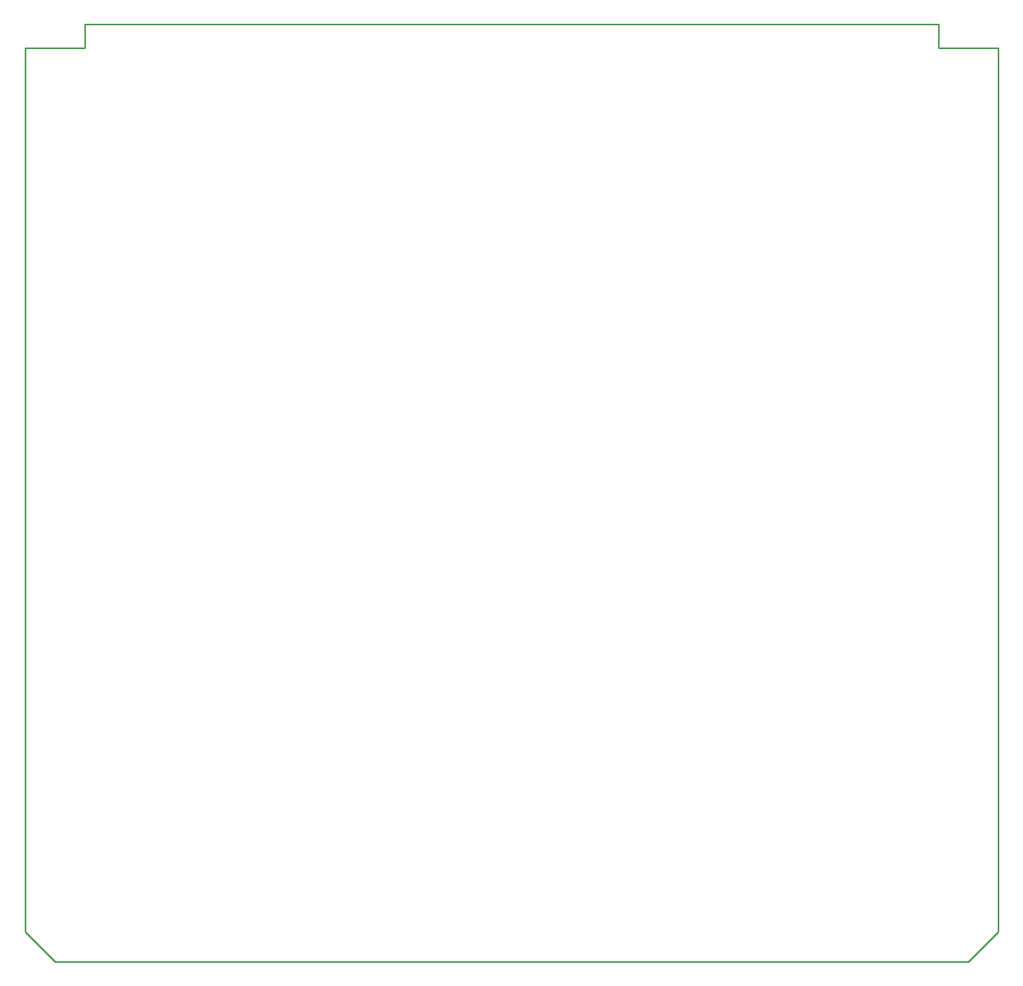
<source format=gm1>
G04 Layer_Color=16711935*
%FSLAX44Y44*%
%MOMM*%
G71*
G01*
G75*
%ADD20C,0.2540*%
D20*
X70000Y1530000D02*
Y1570000D01*
X-30000Y1530000D02*
X70000D01*
X1500000D02*
Y1570000D01*
Y1530000D02*
X1600000D01*
X70000Y1570000D02*
X1500000D01*
X-30000Y50000D02*
X20000Y0D01*
X-30000Y50000D02*
Y1530000D01*
X20000Y0D02*
X1550000D01*
X1600000Y50000D01*
Y1530000D01*
M02*

</source>
